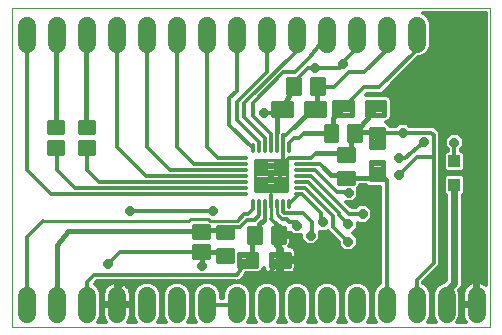
<source format=gtl>
G75*
%MOIN*%
%OFA0B0*%
%FSLAX25Y25*%
%IPPOS*%
%LPD*%
%AMOC8*
5,1,8,0,0,1.08239X$1,22.5*
%
%ADD10C,0.00000*%
%ADD11C,0.01535*%
%ADD12C,0.01200*%
%ADD13R,0.04000X0.04000*%
%ADD14C,0.01160*%
%ADD15R,0.00800X0.03000*%
%ADD16C,0.01772*%
%ADD17R,0.03937X0.03937*%
%ADD18C,0.06000*%
%ADD19C,0.01600*%
%ADD20OC8,0.03200*%
%ADD21C,0.01000*%
%ADD22C,0.02400*%
%ADD23OC8,0.03169*%
D10*
X0001600Y0001600D02*
X0161049Y0001600D01*
X0161049Y0107899D01*
X0001600Y0107899D01*
X0001600Y0001600D01*
D11*
X0066786Y0024962D02*
X0066786Y0028546D01*
X0066786Y0024962D02*
X0062414Y0024962D01*
X0062414Y0028546D01*
X0066786Y0028546D01*
X0066786Y0026496D02*
X0062414Y0026496D01*
X0062414Y0028030D02*
X0066786Y0028030D01*
X0070118Y0027155D02*
X0070118Y0023571D01*
X0070118Y0027155D02*
X0074882Y0027155D01*
X0074882Y0023571D01*
X0070118Y0023571D01*
X0070118Y0025105D02*
X0074882Y0025105D01*
X0074882Y0026639D02*
X0070118Y0026639D01*
X0070118Y0031445D02*
X0070118Y0035029D01*
X0074882Y0035029D01*
X0074882Y0031445D01*
X0070118Y0031445D01*
X0070118Y0032979D02*
X0074882Y0032979D01*
X0074882Y0034513D02*
X0070118Y0034513D01*
X0066786Y0035238D02*
X0066786Y0031654D01*
X0062414Y0031654D01*
X0062414Y0035238D01*
X0066786Y0035238D01*
X0066786Y0033188D02*
X0062414Y0033188D01*
X0062414Y0034722D02*
X0066786Y0034722D01*
X0080671Y0029918D02*
X0084255Y0029918D01*
X0080671Y0029918D02*
X0080671Y0034682D01*
X0084255Y0034682D01*
X0084255Y0029918D01*
X0084255Y0031452D02*
X0080671Y0031452D01*
X0080671Y0032986D02*
X0084255Y0032986D01*
X0084255Y0034520D02*
X0080671Y0034520D01*
X0088545Y0029918D02*
X0092129Y0029918D01*
X0088545Y0029918D02*
X0088545Y0034682D01*
X0092129Y0034682D01*
X0092129Y0029918D01*
X0092129Y0031452D02*
X0088545Y0031452D01*
X0088545Y0032986D02*
X0092129Y0032986D01*
X0092129Y0034520D02*
X0088545Y0034520D01*
X0115282Y0049471D02*
X0115282Y0053055D01*
X0115282Y0049471D02*
X0110518Y0049471D01*
X0110518Y0053055D01*
X0115282Y0053055D01*
X0115282Y0051005D02*
X0110518Y0051005D01*
X0110518Y0052539D02*
X0115282Y0052539D01*
X0115282Y0057345D02*
X0115282Y0060929D01*
X0115282Y0057345D02*
X0110518Y0057345D01*
X0110518Y0060929D01*
X0115282Y0060929D01*
X0115282Y0058879D02*
X0110518Y0058879D01*
X0110518Y0060413D02*
X0115282Y0060413D01*
X0114045Y0063918D02*
X0117629Y0063918D01*
X0114045Y0063918D02*
X0114045Y0068682D01*
X0117629Y0068682D01*
X0117629Y0063918D01*
X0117629Y0065452D02*
X0114045Y0065452D01*
X0114045Y0066986D02*
X0117629Y0066986D01*
X0117629Y0068520D02*
X0114045Y0068520D01*
X0109755Y0063918D02*
X0106171Y0063918D01*
X0106171Y0068682D01*
X0109755Y0068682D01*
X0109755Y0063918D01*
X0109755Y0065452D02*
X0106171Y0065452D01*
X0106171Y0066986D02*
X0109755Y0066986D01*
X0109755Y0068520D02*
X0106171Y0068520D01*
X0105229Y0079518D02*
X0101645Y0079518D01*
X0101645Y0084282D01*
X0105229Y0084282D01*
X0105229Y0079518D01*
X0105229Y0081052D02*
X0101645Y0081052D01*
X0101645Y0082586D02*
X0105229Y0082586D01*
X0105229Y0084120D02*
X0101645Y0084120D01*
X0097355Y0079518D02*
X0093771Y0079518D01*
X0093771Y0084282D01*
X0097355Y0084282D01*
X0097355Y0079518D01*
X0097355Y0081052D02*
X0093771Y0081052D01*
X0093771Y0082586D02*
X0097355Y0082586D01*
X0097355Y0084120D02*
X0093771Y0084120D01*
X0028586Y0070038D02*
X0028586Y0066454D01*
X0024214Y0066454D01*
X0024214Y0070038D01*
X0028586Y0070038D01*
X0028586Y0067988D02*
X0024214Y0067988D01*
X0024214Y0069522D02*
X0028586Y0069522D01*
X0028586Y0063346D02*
X0028586Y0059762D01*
X0024214Y0059762D01*
X0024214Y0063346D01*
X0028586Y0063346D01*
X0028586Y0061296D02*
X0024214Y0061296D01*
X0024214Y0062830D02*
X0028586Y0062830D01*
X0018386Y0063346D02*
X0018386Y0059762D01*
X0014014Y0059762D01*
X0014014Y0063346D01*
X0018386Y0063346D01*
X0018386Y0061296D02*
X0014014Y0061296D01*
X0014014Y0062830D02*
X0018386Y0062830D01*
X0018386Y0066454D02*
X0018386Y0070038D01*
X0018386Y0066454D02*
X0014014Y0066454D01*
X0014014Y0070038D01*
X0018386Y0070038D01*
X0018386Y0067988D02*
X0014014Y0067988D01*
X0014014Y0069522D02*
X0018386Y0069522D01*
D12*
X0016200Y0061554D02*
X0016600Y0061154D01*
X0016600Y0054100D01*
X0022637Y0048063D01*
X0078500Y0048063D01*
X0077500Y0048063D02*
X0079500Y0048063D01*
X0079500Y0050031D02*
X0077500Y0050031D01*
X0078500Y0050031D02*
X0030669Y0050031D01*
X0026600Y0054100D01*
X0026600Y0061354D01*
X0026400Y0061554D01*
X0036600Y0061600D02*
X0036600Y0099100D01*
X0046600Y0099100D02*
X0046600Y0061600D01*
X0054231Y0053969D01*
X0078500Y0053969D01*
X0077500Y0053969D02*
X0079500Y0053969D01*
X0079500Y0052000D02*
X0077500Y0052000D01*
X0078500Y0052000D02*
X0046200Y0052000D01*
X0036600Y0061600D01*
X0056600Y0061600D02*
X0056600Y0099100D01*
X0066600Y0099100D02*
X0066600Y0061600D01*
X0070294Y0057906D01*
X0078500Y0057906D01*
X0077500Y0057906D02*
X0079500Y0057906D01*
X0079500Y0055937D02*
X0077500Y0055937D01*
X0078500Y0055937D02*
X0062263Y0055937D01*
X0056600Y0061600D01*
X0074100Y0069100D02*
X0074100Y0077800D01*
X0076500Y0080200D01*
X0076600Y0099100D01*
X0076600Y0097900D01*
X0086600Y0099100D02*
X0086600Y0086600D01*
X0076600Y0076600D01*
X0076600Y0070600D01*
X0083963Y0063237D01*
X0083963Y0061400D01*
X0083963Y0060400D02*
X0083963Y0062400D01*
X0085931Y0062400D02*
X0085931Y0060400D01*
X0085931Y0061400D02*
X0085931Y0064769D01*
X0079100Y0071600D01*
X0079100Y0076300D01*
X0096500Y0093700D01*
X0096600Y0099100D01*
X0100900Y0091700D02*
X0106600Y0099100D01*
X0116600Y0099100D02*
X0116600Y0094500D01*
X0112000Y0089900D01*
X0112000Y0089200D01*
X0110900Y0088100D01*
X0102500Y0088100D01*
X0102400Y0088000D01*
X0100200Y0088000D01*
X0095563Y0083363D01*
X0095563Y0081900D01*
X0095900Y0086500D02*
X0092000Y0086500D01*
X0081800Y0076300D01*
X0081800Y0072100D01*
X0087900Y0066000D01*
X0087900Y0061400D01*
X0087900Y0060400D02*
X0087900Y0062400D01*
X0089869Y0062400D02*
X0089869Y0060400D01*
X0089869Y0061400D02*
X0089869Y0066569D01*
X0090000Y0066700D01*
X0091837Y0065537D02*
X0092600Y0065600D01*
X0092900Y0065600D01*
X0095500Y0068200D01*
X0095500Y0064700D02*
X0097200Y0064700D01*
X0098800Y0066300D01*
X0095500Y0064700D02*
X0093806Y0063006D01*
X0093806Y0061400D01*
X0093806Y0060400D02*
X0093806Y0062400D01*
X0091837Y0062400D02*
X0091837Y0060400D01*
X0091837Y0061400D02*
X0091837Y0059000D01*
X0091837Y0057163D01*
X0092450Y0056550D01*
X0090900Y0055000D01*
X0090900Y0049000D01*
X0087900Y0052000D01*
X0084900Y0055000D01*
X0087900Y0052000D02*
X0084900Y0049000D01*
X0087900Y0045500D02*
X0087900Y0042600D01*
X0087900Y0041600D02*
X0087900Y0043600D01*
X0085931Y0043600D02*
X0085931Y0041600D01*
X0085931Y0042600D02*
X0085931Y0037631D01*
X0085500Y0037200D01*
X0083963Y0038863D02*
X0082500Y0037400D01*
X0080000Y0037400D01*
X0077700Y0035100D01*
X0074363Y0035100D01*
X0072500Y0033237D01*
X0076800Y0037100D02*
X0078900Y0039200D01*
X0080400Y0039200D01*
X0081994Y0040794D01*
X0081994Y0041194D01*
X0081994Y0042600D01*
X0081994Y0041600D02*
X0081994Y0043600D01*
X0083963Y0043600D02*
X0083963Y0041600D01*
X0083963Y0042600D02*
X0083963Y0038863D01*
X0081994Y0041194D02*
X0081894Y0041194D01*
X0079500Y0046094D02*
X0077500Y0046094D01*
X0078500Y0046094D02*
X0014606Y0046094D01*
X0006600Y0054100D01*
X0006600Y0099100D01*
X0074100Y0069100D02*
X0081994Y0061206D01*
X0081994Y0061400D01*
X0081994Y0060400D02*
X0081994Y0062400D01*
X0091837Y0061400D02*
X0091837Y0065537D01*
X0090387Y0072900D02*
X0085500Y0072900D01*
X0090387Y0072900D02*
X0091687Y0074200D01*
X0103437Y0081900D02*
X0103737Y0081600D01*
X0109100Y0081600D01*
X0114100Y0086600D01*
X0119100Y0086600D01*
X0126500Y0094000D01*
X0126600Y0099100D01*
X0136600Y0099100D02*
X0136500Y0094000D01*
X0124100Y0081600D01*
X0119087Y0081600D01*
X0111987Y0074500D01*
X0119651Y0079053D02*
X0119998Y0079400D01*
X0125011Y0079400D01*
X0126300Y0080689D01*
X0137111Y0091500D01*
X0137515Y0091500D01*
X0139206Y0092200D01*
X0140500Y0093494D01*
X0141200Y0095185D01*
X0141200Y0103015D01*
X0140500Y0104706D01*
X0139206Y0106000D01*
X0138483Y0106299D01*
X0159449Y0106299D01*
X0159449Y0015643D01*
X0158911Y0016034D01*
X0158266Y0016363D01*
X0157577Y0016587D01*
X0156900Y0016694D01*
X0156900Y0009500D01*
X0156100Y0009500D01*
X0156100Y0016694D01*
X0155423Y0016587D01*
X0154734Y0016363D01*
X0154089Y0016034D01*
X0153503Y0015609D01*
X0152991Y0015097D01*
X0152566Y0014511D01*
X0152237Y0013866D01*
X0152013Y0013177D01*
X0151900Y0012462D01*
X0151900Y0009500D01*
X0156100Y0009500D01*
X0156100Y0008700D01*
X0151900Y0008700D01*
X0151900Y0005738D01*
X0152013Y0005023D01*
X0152237Y0004334D01*
X0152566Y0003689D01*
X0152921Y0003200D01*
X0150105Y0003200D01*
X0150400Y0003494D01*
X0151100Y0005185D01*
X0151100Y0013015D01*
X0150741Y0013881D01*
X0151474Y0014614D01*
X0151900Y0015643D01*
X0151900Y0045563D01*
X0152668Y0046332D01*
X0152668Y0051594D01*
X0151731Y0052531D01*
X0146469Y0052531D01*
X0145531Y0051594D01*
X0145531Y0046332D01*
X0146300Y0045563D01*
X0146300Y0017360D01*
X0145640Y0016700D01*
X0145585Y0016700D01*
X0143894Y0016000D01*
X0142600Y0014706D01*
X0141900Y0013015D01*
X0141900Y0005185D01*
X0142600Y0003494D01*
X0142895Y0003200D01*
X0140205Y0003200D01*
X0140500Y0003494D01*
X0141200Y0005185D01*
X0141200Y0013015D01*
X0140500Y0014706D01*
X0139206Y0016000D01*
X0138715Y0016203D01*
X0138711Y0016500D01*
X0143111Y0020900D01*
X0144400Y0022189D01*
X0144400Y0066511D01*
X0143600Y0067311D01*
X0142311Y0068600D01*
X0134125Y0068600D01*
X0133125Y0069600D01*
X0130475Y0069600D01*
X0129475Y0068600D01*
X0127629Y0068600D01*
X0127474Y0068974D01*
X0126775Y0069674D01*
X0126114Y0069947D01*
X0126261Y0069947D01*
X0127174Y0070326D01*
X0127874Y0071025D01*
X0128252Y0071939D01*
X0128252Y0077061D01*
X0127874Y0077975D01*
X0127174Y0078674D01*
X0126261Y0079053D01*
X0119651Y0079053D01*
X0125115Y0079503D02*
X0159449Y0079503D01*
X0159449Y0078305D02*
X0127544Y0078305D01*
X0128233Y0077106D02*
X0159449Y0077106D01*
X0159449Y0075908D02*
X0128252Y0075908D01*
X0128252Y0074709D02*
X0159449Y0074709D01*
X0159449Y0073511D02*
X0128252Y0073511D01*
X0128252Y0072312D02*
X0159449Y0072312D01*
X0159449Y0071114D02*
X0127910Y0071114D01*
X0126192Y0069915D02*
X0159449Y0069915D01*
X0159449Y0068717D02*
X0134009Y0068717D01*
X0131800Y0066400D02*
X0125087Y0066400D01*
X0123300Y0064613D01*
X0123813Y0064100D01*
X0127581Y0068717D02*
X0129591Y0068717D01*
X0131800Y0066400D02*
X0141400Y0066400D01*
X0142200Y0065600D01*
X0142200Y0058600D01*
X0141800Y0058200D01*
X0136500Y0058200D01*
X0130600Y0052300D01*
X0126500Y0050587D02*
X0123300Y0053787D01*
X0126500Y0050587D02*
X0126600Y0009100D01*
X0122000Y0008791D02*
X0121200Y0008791D01*
X0121200Y0007593D02*
X0122000Y0007593D01*
X0122000Y0006394D02*
X0121200Y0006394D01*
X0121200Y0005196D02*
X0122000Y0005196D01*
X0122000Y0005185D02*
X0122700Y0003494D01*
X0122995Y0003200D01*
X0120205Y0003200D01*
X0120500Y0003494D01*
X0121200Y0005185D01*
X0121200Y0013015D01*
X0120500Y0014706D01*
X0119206Y0016000D01*
X0117515Y0016700D01*
X0115685Y0016700D01*
X0113994Y0016000D01*
X0112700Y0014706D01*
X0112000Y0013015D01*
X0112000Y0005185D01*
X0112700Y0003494D01*
X0112995Y0003200D01*
X0110205Y0003200D01*
X0110500Y0003494D01*
X0111200Y0005185D01*
X0111200Y0013015D01*
X0110500Y0014706D01*
X0109206Y0016000D01*
X0107515Y0016700D01*
X0105685Y0016700D01*
X0103994Y0016000D01*
X0102700Y0014706D01*
X0102000Y0013015D01*
X0102000Y0005185D01*
X0102700Y0003494D01*
X0102995Y0003200D01*
X0100205Y0003200D01*
X0100500Y0003494D01*
X0101200Y0005185D01*
X0101200Y0013015D01*
X0100500Y0014706D01*
X0099206Y0016000D01*
X0097515Y0016700D01*
X0095685Y0016700D01*
X0093994Y0016000D01*
X0092700Y0014706D01*
X0092000Y0013015D01*
X0092000Y0005185D01*
X0092700Y0003494D01*
X0092995Y0003200D01*
X0090205Y0003200D01*
X0090500Y0003494D01*
X0091200Y0005185D01*
X0091200Y0013015D01*
X0090500Y0014706D01*
X0089206Y0016000D01*
X0087515Y0016700D01*
X0085685Y0016700D01*
X0083994Y0016000D01*
X0082700Y0014706D01*
X0082000Y0013015D01*
X0082000Y0005185D01*
X0082700Y0003494D01*
X0082995Y0003200D01*
X0080205Y0003200D01*
X0080500Y0003494D01*
X0081200Y0005185D01*
X0081200Y0013015D01*
X0080500Y0014706D01*
X0079206Y0016000D01*
X0077515Y0016700D01*
X0075685Y0016700D01*
X0073994Y0016000D01*
X0072700Y0014706D01*
X0072000Y0013015D01*
X0072000Y0011300D01*
X0071200Y0011300D01*
X0071200Y0013015D01*
X0070500Y0014706D01*
X0069206Y0016000D01*
X0067515Y0016700D01*
X0065685Y0016700D01*
X0063994Y0016000D01*
X0062700Y0014706D01*
X0062000Y0013015D01*
X0062000Y0005185D01*
X0062700Y0003494D01*
X0062995Y0003200D01*
X0060205Y0003200D01*
X0060500Y0003494D01*
X0061200Y0005185D01*
X0061200Y0013015D01*
X0060500Y0014706D01*
X0059206Y0016000D01*
X0057515Y0016700D01*
X0055685Y0016700D01*
X0053994Y0016000D01*
X0052700Y0014706D01*
X0052000Y0013015D01*
X0052000Y0005185D01*
X0052700Y0003494D01*
X0052995Y0003200D01*
X0050205Y0003200D01*
X0050500Y0003494D01*
X0051200Y0005185D01*
X0051200Y0013015D01*
X0050500Y0014706D01*
X0049206Y0016000D01*
X0047515Y0016700D01*
X0045685Y0016700D01*
X0043994Y0016000D01*
X0042700Y0014706D01*
X0042000Y0013015D01*
X0042000Y0005185D01*
X0042700Y0003494D01*
X0042995Y0003200D01*
X0040179Y0003200D01*
X0040534Y0003689D01*
X0040863Y0004334D01*
X0041087Y0005023D01*
X0041200Y0005738D01*
X0041200Y0008700D01*
X0037000Y0008700D01*
X0037000Y0009500D01*
X0036200Y0009500D01*
X0036200Y0016694D01*
X0035523Y0016587D01*
X0034834Y0016363D01*
X0034189Y0016034D01*
X0033603Y0015609D01*
X0033091Y0015097D01*
X0032666Y0014511D01*
X0032337Y0013866D01*
X0032113Y0013177D01*
X0032000Y0012462D01*
X0032000Y0009500D01*
X0036200Y0009500D01*
X0036200Y0008700D01*
X0032000Y0008700D01*
X0032000Y0005738D01*
X0032113Y0005023D01*
X0032337Y0004334D01*
X0032666Y0003689D01*
X0033021Y0003200D01*
X0030205Y0003200D01*
X0030500Y0003494D01*
X0031200Y0005185D01*
X0031200Y0013015D01*
X0030500Y0014706D01*
X0029206Y0016000D01*
X0029139Y0016027D01*
X0030011Y0016900D01*
X0075998Y0016900D01*
X0076181Y0016773D01*
X0076884Y0016900D01*
X0077598Y0016900D01*
X0077755Y0017058D01*
X0077975Y0017097D01*
X0078382Y0017684D01*
X0078887Y0018189D01*
X0078887Y0018411D01*
X0079605Y0019447D01*
X0083534Y0019447D01*
X0084447Y0019826D01*
X0085147Y0020525D01*
X0085525Y0021437D01*
X0085570Y0021208D01*
X0085758Y0020756D01*
X0086030Y0020348D01*
X0086376Y0020002D01*
X0086783Y0019730D01*
X0087236Y0019543D01*
X0087716Y0019447D01*
X0090313Y0019447D01*
X0090313Y0023400D01*
X0091513Y0023400D01*
X0091513Y0019447D01*
X0094111Y0019447D01*
X0094591Y0019543D01*
X0095044Y0019730D01*
X0095451Y0020002D01*
X0095797Y0020348D01*
X0096069Y0020756D01*
X0096256Y0021208D01*
X0096352Y0021688D01*
X0096352Y0023400D01*
X0091513Y0023400D01*
X0091513Y0024600D01*
X0090313Y0024600D01*
X0090313Y0028553D01*
X0089737Y0028553D01*
X0089737Y0031700D01*
X0090937Y0031700D01*
X0090937Y0032900D01*
X0090937Y0035300D01*
X0090689Y0035300D01*
X0089737Y0036252D01*
X0089737Y0032900D01*
X0090937Y0032900D01*
X0094496Y0032900D01*
X0094496Y0033078D01*
X0095375Y0032200D01*
X0098000Y0032200D01*
X0098000Y0030775D01*
X0099875Y0028900D01*
X0102525Y0028900D01*
X0104400Y0030775D01*
X0104400Y0033400D01*
X0106625Y0033400D01*
X0106907Y0033682D01*
X0110500Y0030089D01*
X0110500Y0028675D01*
X0112375Y0026800D01*
X0115025Y0026800D01*
X0116900Y0028675D01*
X0116900Y0031325D01*
X0115275Y0032950D01*
X0116900Y0034575D01*
X0116900Y0036375D01*
X0117175Y0036100D01*
X0119825Y0036100D01*
X0121700Y0037975D01*
X0121700Y0040625D01*
X0119825Y0042500D01*
X0117175Y0042500D01*
X0116175Y0041500D01*
X0114811Y0041500D01*
X0113111Y0043200D01*
X0115125Y0043200D01*
X0117000Y0045075D01*
X0117000Y0047725D01*
X0116942Y0047783D01*
X0117650Y0048491D01*
X0117650Y0048863D01*
X0119688Y0048863D01*
X0119825Y0048726D01*
X0120739Y0048348D01*
X0124305Y0048348D01*
X0124383Y0016161D01*
X0123994Y0016000D01*
X0122700Y0014706D01*
X0122000Y0013015D01*
X0122000Y0005185D01*
X0122492Y0003997D02*
X0120708Y0003997D01*
X0121200Y0009990D02*
X0122000Y0009990D01*
X0122000Y0011188D02*
X0121200Y0011188D01*
X0121200Y0012387D02*
X0122000Y0012387D01*
X0122236Y0013585D02*
X0120964Y0013585D01*
X0120422Y0014784D02*
X0122778Y0014784D01*
X0123977Y0015982D02*
X0119223Y0015982D01*
X0121500Y0016800D02*
X0114800Y0023500D01*
X0090913Y0024000D01*
X0085013Y0016600D01*
X0083977Y0015982D02*
X0079223Y0015982D01*
X0078033Y0017181D02*
X0124381Y0017181D01*
X0124378Y0018379D02*
X0078887Y0018379D01*
X0076687Y0019100D02*
X0080087Y0024000D01*
X0085251Y0020776D02*
X0085749Y0020776D01*
X0087151Y0019578D02*
X0083849Y0019578D01*
X0082778Y0014784D02*
X0080422Y0014784D01*
X0080964Y0013585D02*
X0082236Y0013585D01*
X0082000Y0012387D02*
X0081200Y0012387D01*
X0081200Y0011188D02*
X0082000Y0011188D01*
X0082000Y0009990D02*
X0081200Y0009990D01*
X0081200Y0008791D02*
X0082000Y0008791D01*
X0082000Y0007593D02*
X0081200Y0007593D01*
X0081200Y0006394D02*
X0082000Y0006394D01*
X0082000Y0005196D02*
X0081200Y0005196D01*
X0080708Y0003997D02*
X0082492Y0003997D01*
X0076600Y0009100D02*
X0066600Y0009100D01*
X0062000Y0008791D02*
X0061200Y0008791D01*
X0061200Y0007593D02*
X0062000Y0007593D01*
X0062000Y0006394D02*
X0061200Y0006394D01*
X0061200Y0005196D02*
X0062000Y0005196D01*
X0062492Y0003997D02*
X0060708Y0003997D01*
X0061200Y0009990D02*
X0062000Y0009990D01*
X0062000Y0011188D02*
X0061200Y0011188D01*
X0061200Y0012387D02*
X0062000Y0012387D01*
X0062236Y0013585D02*
X0060964Y0013585D01*
X0060422Y0014784D02*
X0062778Y0014784D01*
X0063977Y0015982D02*
X0059223Y0015982D01*
X0053977Y0015982D02*
X0049223Y0015982D01*
X0050422Y0014784D02*
X0052778Y0014784D01*
X0052236Y0013585D02*
X0050964Y0013585D01*
X0051200Y0012387D02*
X0052000Y0012387D01*
X0052000Y0011188D02*
X0051200Y0011188D01*
X0051200Y0009990D02*
X0052000Y0009990D01*
X0052000Y0008791D02*
X0051200Y0008791D01*
X0051200Y0007593D02*
X0052000Y0007593D01*
X0052000Y0006394D02*
X0051200Y0006394D01*
X0051200Y0005196D02*
X0052000Y0005196D01*
X0052492Y0003997D02*
X0050708Y0003997D01*
X0042492Y0003997D02*
X0040691Y0003997D01*
X0041114Y0005196D02*
X0042000Y0005196D01*
X0042000Y0006394D02*
X0041200Y0006394D01*
X0041200Y0007593D02*
X0042000Y0007593D01*
X0042000Y0008791D02*
X0037000Y0008791D01*
X0036600Y0009100D02*
X0036500Y0014000D01*
X0039100Y0016600D01*
X0039011Y0016034D02*
X0038366Y0016363D01*
X0037677Y0016587D01*
X0037000Y0016694D01*
X0037000Y0009500D01*
X0041200Y0009500D01*
X0041200Y0012462D01*
X0041087Y0013177D01*
X0040863Y0013866D01*
X0040534Y0014511D01*
X0040109Y0015097D01*
X0039597Y0015609D01*
X0039011Y0016034D01*
X0039083Y0015982D02*
X0043977Y0015982D01*
X0042778Y0014784D02*
X0040336Y0014784D01*
X0040954Y0013585D02*
X0042236Y0013585D01*
X0042000Y0012387D02*
X0041200Y0012387D01*
X0041200Y0011188D02*
X0042000Y0011188D01*
X0042000Y0009990D02*
X0041200Y0009990D01*
X0037000Y0009990D02*
X0036200Y0009990D01*
X0036200Y0011188D02*
X0037000Y0011188D01*
X0037000Y0012387D02*
X0036200Y0012387D01*
X0036200Y0013585D02*
X0037000Y0013585D01*
X0037000Y0014784D02*
X0036200Y0014784D01*
X0036200Y0015982D02*
X0037000Y0015982D01*
X0034117Y0015982D02*
X0029223Y0015982D01*
X0030422Y0014784D02*
X0032864Y0014784D01*
X0032246Y0013585D02*
X0030964Y0013585D01*
X0031200Y0012387D02*
X0032000Y0012387D01*
X0032000Y0011188D02*
X0031200Y0011188D01*
X0031200Y0009990D02*
X0032000Y0009990D01*
X0031200Y0008791D02*
X0036200Y0008791D01*
X0032000Y0007593D02*
X0031200Y0007593D01*
X0031200Y0006394D02*
X0032000Y0006394D01*
X0032086Y0005196D02*
X0031200Y0005196D01*
X0030708Y0003997D02*
X0032509Y0003997D01*
X0026600Y0009100D02*
X0026500Y0016500D01*
X0029100Y0019100D01*
X0076687Y0019100D01*
X0073977Y0015982D02*
X0069223Y0015982D01*
X0070422Y0014784D02*
X0072778Y0014784D01*
X0072236Y0013585D02*
X0070964Y0013585D01*
X0071200Y0012387D02*
X0072000Y0012387D01*
X0089223Y0015982D02*
X0093977Y0015982D01*
X0092778Y0014784D02*
X0090422Y0014784D01*
X0090964Y0013585D02*
X0092236Y0013585D01*
X0092000Y0012387D02*
X0091200Y0012387D01*
X0091200Y0011188D02*
X0092000Y0011188D01*
X0092000Y0009990D02*
X0091200Y0009990D01*
X0091200Y0008791D02*
X0092000Y0008791D01*
X0092000Y0007593D02*
X0091200Y0007593D01*
X0091200Y0006394D02*
X0092000Y0006394D01*
X0092000Y0005196D02*
X0091200Y0005196D01*
X0090708Y0003997D02*
X0092492Y0003997D01*
X0100708Y0003997D02*
X0102492Y0003997D01*
X0102000Y0005196D02*
X0101200Y0005196D01*
X0101200Y0006394D02*
X0102000Y0006394D01*
X0102000Y0007593D02*
X0101200Y0007593D01*
X0101200Y0008791D02*
X0102000Y0008791D01*
X0102000Y0009990D02*
X0101200Y0009990D01*
X0101200Y0011188D02*
X0102000Y0011188D01*
X0102000Y0012387D02*
X0101200Y0012387D01*
X0100964Y0013585D02*
X0102236Y0013585D01*
X0102778Y0014784D02*
X0100422Y0014784D01*
X0099223Y0015982D02*
X0103977Y0015982D01*
X0109223Y0015982D02*
X0113977Y0015982D01*
X0112778Y0014784D02*
X0110422Y0014784D01*
X0110964Y0013585D02*
X0112236Y0013585D01*
X0112000Y0012387D02*
X0111200Y0012387D01*
X0111200Y0011188D02*
X0112000Y0011188D01*
X0112000Y0009990D02*
X0111200Y0009990D01*
X0111200Y0008791D02*
X0112000Y0008791D01*
X0112000Y0007593D02*
X0111200Y0007593D01*
X0111200Y0006394D02*
X0112000Y0006394D01*
X0112000Y0005196D02*
X0111200Y0005196D01*
X0110708Y0003997D02*
X0112492Y0003997D01*
X0124375Y0019578D02*
X0094675Y0019578D01*
X0096078Y0020776D02*
X0124372Y0020776D01*
X0124369Y0021975D02*
X0096352Y0021975D01*
X0096352Y0023173D02*
X0124366Y0023173D01*
X0124363Y0024372D02*
X0091513Y0024372D01*
X0091513Y0024600D02*
X0096352Y0024600D01*
X0096352Y0026312D01*
X0096256Y0026792D01*
X0096069Y0027244D01*
X0095797Y0027652D01*
X0095451Y0027998D01*
X0095044Y0028270D01*
X0094591Y0028457D01*
X0094111Y0028553D01*
X0094064Y0028553D01*
X0094227Y0028797D01*
X0094405Y0029227D01*
X0094496Y0029685D01*
X0094496Y0031700D01*
X0090937Y0031700D01*
X0090937Y0027550D01*
X0091513Y0027550D01*
X0091513Y0024600D01*
X0091513Y0025570D02*
X0090313Y0025570D01*
X0090313Y0026769D02*
X0091513Y0026769D01*
X0090937Y0027967D02*
X0090313Y0027967D01*
X0089737Y0029166D02*
X0090937Y0029166D01*
X0090937Y0030364D02*
X0089737Y0030364D01*
X0089737Y0031563D02*
X0090937Y0031563D01*
X0090937Y0032761D02*
X0094813Y0032761D01*
X0094496Y0031563D02*
X0098000Y0031563D01*
X0098410Y0030364D02*
X0094496Y0030364D01*
X0094379Y0029166D02*
X0099609Y0029166D01*
X0102791Y0029166D02*
X0110500Y0029166D01*
X0110224Y0030364D02*
X0103990Y0030364D01*
X0104400Y0031563D02*
X0109026Y0031563D01*
X0107827Y0032761D02*
X0104400Y0032761D01*
X0101600Y0032500D02*
X0101200Y0032100D01*
X0101600Y0032500D02*
X0101600Y0036600D01*
X0098700Y0039500D01*
X0092300Y0039500D01*
X0091837Y0039963D01*
X0091837Y0042600D01*
X0091837Y0041600D02*
X0091837Y0043600D01*
X0089869Y0043600D02*
X0089869Y0041600D01*
X0093806Y0041600D02*
X0093806Y0043600D01*
X0093806Y0042600D02*
X0097300Y0046094D01*
X0096300Y0046094D02*
X0098300Y0046094D01*
X0098206Y0046094D02*
X0104000Y0040300D01*
X0104600Y0039600D01*
X0104600Y0037300D01*
X0105300Y0036600D01*
X0108600Y0035100D02*
X0108600Y0038600D01*
X0099137Y0048063D01*
X0097300Y0048063D01*
X0096300Y0048063D02*
X0098300Y0048063D01*
X0098300Y0050031D02*
X0096300Y0050031D01*
X0097300Y0050031D02*
X0100169Y0050031D01*
X0110600Y0039600D01*
X0110600Y0039100D01*
X0111600Y0038000D01*
X0113700Y0035900D01*
X0116900Y0036357D02*
X0116918Y0036357D01*
X0116900Y0035158D02*
X0124337Y0035158D01*
X0124340Y0033960D02*
X0116285Y0033960D01*
X0115464Y0032761D02*
X0124343Y0032761D01*
X0124346Y0031563D02*
X0116663Y0031563D01*
X0116900Y0030364D02*
X0124349Y0030364D01*
X0124352Y0029166D02*
X0116900Y0029166D01*
X0116193Y0027967D02*
X0124355Y0027967D01*
X0124357Y0026769D02*
X0096261Y0026769D01*
X0096352Y0025570D02*
X0124360Y0025570D01*
X0113700Y0030000D02*
X0108600Y0035100D01*
X0113900Y0039300D02*
X0118500Y0039300D01*
X0121700Y0038754D02*
X0124329Y0038754D01*
X0124326Y0039952D02*
X0121700Y0039952D01*
X0121175Y0041151D02*
X0124323Y0041151D01*
X0124320Y0042349D02*
X0119976Y0042349D01*
X0117024Y0042349D02*
X0113962Y0042349D01*
X0115473Y0043548D02*
X0124317Y0043548D01*
X0124314Y0044746D02*
X0116672Y0044746D01*
X0117000Y0045945D02*
X0124311Y0045945D01*
X0124308Y0047143D02*
X0117000Y0047143D01*
X0117501Y0048342D02*
X0124305Y0048342D01*
X0113800Y0046400D02*
X0113000Y0046600D01*
X0110100Y0046600D01*
X0102731Y0053969D01*
X0097300Y0053969D01*
X0096300Y0053969D02*
X0098300Y0053969D01*
X0098300Y0052000D02*
X0096300Y0052000D01*
X0097300Y0052000D02*
X0101200Y0052000D01*
X0113900Y0039300D01*
X0120082Y0036357D02*
X0124334Y0036357D01*
X0124331Y0037555D02*
X0121281Y0037555D01*
X0111207Y0027967D02*
X0095481Y0027967D01*
X0091513Y0023173D02*
X0090313Y0023173D01*
X0090600Y0023600D02*
X0090600Y0035100D01*
X0088100Y0037600D01*
X0089737Y0035158D02*
X0090937Y0035158D01*
X0090937Y0033960D02*
X0089737Y0033960D01*
X0093200Y0037500D02*
X0094100Y0036600D01*
X0096600Y0036600D01*
X0096700Y0035400D01*
X0093200Y0037500D02*
X0091600Y0037500D01*
X0097300Y0046094D02*
X0098206Y0046094D01*
X0105500Y0054700D02*
X0104263Y0055937D01*
X0097300Y0055937D01*
X0096300Y0055937D02*
X0098300Y0055937D01*
X0098300Y0057906D02*
X0096300Y0057906D01*
X0097300Y0057906D02*
X0101206Y0057906D01*
X0103000Y0059700D01*
X0097300Y0057906D02*
X0093806Y0057906D01*
X0092450Y0056550D01*
X0068600Y0040300D02*
X0040900Y0040300D01*
X0037554Y0026754D02*
X0033500Y0022700D01*
X0037554Y0026754D02*
X0064600Y0026754D01*
X0090313Y0021975D02*
X0091513Y0021975D01*
X0091513Y0020776D02*
X0090313Y0020776D01*
X0090313Y0019578D02*
X0091513Y0019578D01*
X0136500Y0017400D02*
X0136600Y0009100D01*
X0141200Y0008791D02*
X0141900Y0008791D01*
X0141900Y0007593D02*
X0141200Y0007593D01*
X0141200Y0006394D02*
X0141900Y0006394D01*
X0141900Y0005196D02*
X0141200Y0005196D01*
X0140708Y0003997D02*
X0142392Y0003997D01*
X0141900Y0009990D02*
X0141200Y0009990D01*
X0141200Y0011188D02*
X0141900Y0011188D01*
X0141900Y0012387D02*
X0141200Y0012387D01*
X0140964Y0013585D02*
X0142136Y0013585D01*
X0142678Y0014784D02*
X0140422Y0014784D01*
X0139223Y0015982D02*
X0143877Y0015982D01*
X0146121Y0017181D02*
X0139392Y0017181D01*
X0140590Y0018379D02*
X0146300Y0018379D01*
X0146300Y0019578D02*
X0141789Y0019578D01*
X0142987Y0020776D02*
X0146300Y0020776D01*
X0146300Y0021975D02*
X0144186Y0021975D01*
X0144400Y0023173D02*
X0146300Y0023173D01*
X0146300Y0024372D02*
X0144400Y0024372D01*
X0144400Y0025570D02*
X0146300Y0025570D01*
X0146300Y0026769D02*
X0144400Y0026769D01*
X0144400Y0027967D02*
X0146300Y0027967D01*
X0146300Y0029166D02*
X0144400Y0029166D01*
X0144400Y0030364D02*
X0146300Y0030364D01*
X0146300Y0031563D02*
X0144400Y0031563D01*
X0144400Y0032761D02*
X0146300Y0032761D01*
X0146300Y0033960D02*
X0144400Y0033960D01*
X0144400Y0035158D02*
X0146300Y0035158D01*
X0146300Y0036357D02*
X0144400Y0036357D01*
X0144400Y0037555D02*
X0146300Y0037555D01*
X0146300Y0038754D02*
X0144400Y0038754D01*
X0144400Y0039952D02*
X0146300Y0039952D01*
X0146300Y0041151D02*
X0144400Y0041151D01*
X0144400Y0042349D02*
X0146300Y0042349D01*
X0146300Y0043548D02*
X0144400Y0043548D01*
X0144400Y0044746D02*
X0146300Y0044746D01*
X0145918Y0045945D02*
X0144400Y0045945D01*
X0144400Y0047143D02*
X0145531Y0047143D01*
X0145531Y0048342D02*
X0144400Y0048342D01*
X0144400Y0049540D02*
X0145531Y0049540D01*
X0145531Y0050739D02*
X0144400Y0050739D01*
X0144400Y0051937D02*
X0145875Y0051937D01*
X0146469Y0053269D02*
X0145531Y0054206D01*
X0145531Y0059468D01*
X0146469Y0060405D01*
X0146900Y0060405D01*
X0146900Y0060775D01*
X0145900Y0061775D01*
X0145900Y0064425D01*
X0147775Y0066300D01*
X0150425Y0066300D01*
X0152300Y0064425D01*
X0152300Y0061775D01*
X0151300Y0060775D01*
X0151300Y0060405D01*
X0151731Y0060405D01*
X0152668Y0059468D01*
X0152668Y0054206D01*
X0151731Y0053269D01*
X0146469Y0053269D01*
X0145531Y0054334D02*
X0144400Y0054334D01*
X0144400Y0053136D02*
X0159449Y0053136D01*
X0159449Y0054334D02*
X0152668Y0054334D01*
X0152668Y0055533D02*
X0159449Y0055533D01*
X0159449Y0056732D02*
X0152668Y0056732D01*
X0152668Y0057930D02*
X0159449Y0057930D01*
X0159449Y0059129D02*
X0152668Y0059129D01*
X0151810Y0060327D02*
X0159449Y0060327D01*
X0159449Y0061526D02*
X0152051Y0061526D01*
X0152300Y0062724D02*
X0159449Y0062724D01*
X0159449Y0063923D02*
X0152300Y0063923D01*
X0151604Y0065121D02*
X0159449Y0065121D01*
X0159449Y0066320D02*
X0144400Y0066320D01*
X0144400Y0065121D02*
X0146596Y0065121D01*
X0145900Y0063923D02*
X0144400Y0063923D01*
X0144400Y0062724D02*
X0145900Y0062724D01*
X0146149Y0061526D02*
X0144400Y0061526D01*
X0144400Y0060327D02*
X0146390Y0060327D01*
X0145531Y0059129D02*
X0144400Y0059129D01*
X0144400Y0057930D02*
X0145531Y0057930D01*
X0145531Y0056732D02*
X0144400Y0056732D01*
X0144400Y0055533D02*
X0145531Y0055533D01*
X0149100Y0056837D02*
X0149100Y0063100D01*
X0143393Y0067518D02*
X0159449Y0067518D01*
X0142200Y0058600D02*
X0142200Y0023100D01*
X0136500Y0017400D01*
X0150864Y0013585D02*
X0152146Y0013585D01*
X0151900Y0012387D02*
X0151100Y0012387D01*
X0151100Y0011188D02*
X0151900Y0011188D01*
X0151900Y0009990D02*
X0151100Y0009990D01*
X0151100Y0008791D02*
X0156100Y0008791D01*
X0156100Y0009990D02*
X0156900Y0009990D01*
X0156900Y0011188D02*
X0156100Y0011188D01*
X0156100Y0012387D02*
X0156900Y0012387D01*
X0156900Y0013585D02*
X0156100Y0013585D01*
X0156100Y0014784D02*
X0156900Y0014784D01*
X0156900Y0015982D02*
X0156100Y0015982D01*
X0154017Y0015982D02*
X0151900Y0015982D01*
X0151900Y0017181D02*
X0159449Y0017181D01*
X0159449Y0018379D02*
X0151900Y0018379D01*
X0151900Y0019578D02*
X0159449Y0019578D01*
X0159449Y0020776D02*
X0151900Y0020776D01*
X0151900Y0021975D02*
X0159449Y0021975D01*
X0159449Y0023173D02*
X0151900Y0023173D01*
X0151900Y0024372D02*
X0159449Y0024372D01*
X0159449Y0025570D02*
X0151900Y0025570D01*
X0151900Y0026769D02*
X0159449Y0026769D01*
X0159449Y0027967D02*
X0151900Y0027967D01*
X0151900Y0029166D02*
X0159449Y0029166D01*
X0159449Y0030364D02*
X0151900Y0030364D01*
X0151900Y0031563D02*
X0159449Y0031563D01*
X0159449Y0032761D02*
X0151900Y0032761D01*
X0151900Y0033960D02*
X0159449Y0033960D01*
X0159449Y0035158D02*
X0151900Y0035158D01*
X0151900Y0036357D02*
X0159449Y0036357D01*
X0159449Y0037555D02*
X0151900Y0037555D01*
X0151900Y0038754D02*
X0159449Y0038754D01*
X0159449Y0039952D02*
X0151900Y0039952D01*
X0151900Y0041151D02*
X0159449Y0041151D01*
X0159449Y0042349D02*
X0151900Y0042349D01*
X0151900Y0043548D02*
X0159449Y0043548D01*
X0159449Y0044746D02*
X0151900Y0044746D01*
X0152282Y0045945D02*
X0159449Y0045945D01*
X0159449Y0047143D02*
X0152668Y0047143D01*
X0152668Y0048342D02*
X0159449Y0048342D01*
X0159449Y0049540D02*
X0152668Y0049540D01*
X0152668Y0050739D02*
X0159449Y0050739D01*
X0159449Y0051937D02*
X0152325Y0051937D01*
X0139100Y0063300D02*
X0132700Y0057900D01*
X0130700Y0057900D01*
X0126313Y0080702D02*
X0159449Y0080702D01*
X0159449Y0081900D02*
X0127512Y0081900D01*
X0128710Y0083099D02*
X0159449Y0083099D01*
X0159449Y0084297D02*
X0129909Y0084297D01*
X0131107Y0085496D02*
X0159449Y0085496D01*
X0159449Y0086694D02*
X0132306Y0086694D01*
X0133504Y0087893D02*
X0159449Y0087893D01*
X0159449Y0089091D02*
X0134703Y0089091D01*
X0135901Y0090290D02*
X0159449Y0090290D01*
X0159449Y0091488D02*
X0137100Y0091488D01*
X0139692Y0092687D02*
X0159449Y0092687D01*
X0159449Y0093885D02*
X0140662Y0093885D01*
X0141158Y0095084D02*
X0159449Y0095084D01*
X0159449Y0096282D02*
X0141200Y0096282D01*
X0141200Y0097481D02*
X0159449Y0097481D01*
X0159449Y0098679D02*
X0141200Y0098679D01*
X0141200Y0099878D02*
X0159449Y0099878D01*
X0159449Y0101076D02*
X0141200Y0101076D01*
X0141200Y0102275D02*
X0159449Y0102275D01*
X0159449Y0103473D02*
X0141010Y0103473D01*
X0140514Y0104672D02*
X0159449Y0104672D01*
X0159449Y0105870D02*
X0139335Y0105870D01*
X0100900Y0091700D02*
X0095900Y0086700D01*
X0095900Y0086500D01*
X0012100Y0037100D02*
X0006600Y0031600D01*
X0006600Y0009100D01*
X0150608Y0003997D02*
X0152409Y0003997D01*
X0151986Y0005196D02*
X0151100Y0005196D01*
X0151100Y0006394D02*
X0151900Y0006394D01*
X0151900Y0007593D02*
X0151100Y0007593D01*
X0151544Y0014784D02*
X0152764Y0014784D01*
X0158983Y0015982D02*
X0159449Y0015982D01*
D13*
X0090900Y0049000D03*
X0084900Y0049000D03*
X0084900Y0055000D03*
X0090900Y0055000D03*
D14*
X0093120Y0057220D02*
X0093120Y0046780D01*
X0082680Y0046780D01*
X0082680Y0057220D01*
X0093120Y0057220D01*
X0093120Y0047939D02*
X0082680Y0047939D01*
X0082680Y0049098D02*
X0093120Y0049098D01*
X0093120Y0050257D02*
X0082680Y0050257D01*
X0082680Y0051416D02*
X0093120Y0051416D01*
X0093120Y0052575D02*
X0082680Y0052575D01*
X0082680Y0053734D02*
X0093120Y0053734D01*
X0093120Y0054893D02*
X0082680Y0054893D01*
X0082680Y0056052D02*
X0093120Y0056052D01*
X0093120Y0057211D02*
X0082680Y0057211D01*
D15*
X0091837Y0059000D03*
X0087900Y0045500D03*
D16*
X0087961Y0026067D02*
X0093865Y0026067D01*
X0093865Y0021933D01*
X0087961Y0021933D01*
X0087961Y0026067D01*
X0087961Y0023704D02*
X0093865Y0023704D01*
X0093865Y0025475D02*
X0087961Y0025475D01*
X0083039Y0026067D02*
X0077135Y0026067D01*
X0083039Y0026067D02*
X0083039Y0021933D01*
X0077135Y0021933D01*
X0077135Y0026067D01*
X0077135Y0023704D02*
X0083039Y0023704D01*
X0083039Y0025475D02*
X0077135Y0025475D01*
X0121233Y0050835D02*
X0121233Y0056739D01*
X0125367Y0056739D01*
X0125367Y0050835D01*
X0121233Y0050835D01*
X0121233Y0052606D02*
X0125367Y0052606D01*
X0125367Y0054377D02*
X0121233Y0054377D01*
X0121233Y0056148D02*
X0125367Y0056148D01*
X0121233Y0061661D02*
X0121233Y0067565D01*
X0125367Y0067565D01*
X0125367Y0061661D01*
X0121233Y0061661D01*
X0121233Y0063432D02*
X0125367Y0063432D01*
X0125367Y0065203D02*
X0121233Y0065203D01*
X0121233Y0066974D02*
X0125367Y0066974D01*
X0125765Y0076567D02*
X0119861Y0076567D01*
X0125765Y0076567D02*
X0125765Y0072433D01*
X0119861Y0072433D01*
X0119861Y0076567D01*
X0119861Y0074204D02*
X0125765Y0074204D01*
X0125765Y0075975D02*
X0119861Y0075975D01*
X0114939Y0076567D02*
X0109035Y0076567D01*
X0114939Y0076567D02*
X0114939Y0072433D01*
X0109035Y0072433D01*
X0109035Y0076567D01*
X0109035Y0074204D02*
X0114939Y0074204D01*
X0114939Y0075975D02*
X0109035Y0075975D01*
X0105465Y0076267D02*
X0099561Y0076267D01*
X0105465Y0076267D02*
X0105465Y0072133D01*
X0099561Y0072133D01*
X0099561Y0076267D01*
X0099561Y0073904D02*
X0105465Y0073904D01*
X0105465Y0075675D02*
X0099561Y0075675D01*
X0094639Y0076267D02*
X0088735Y0076267D01*
X0094639Y0076267D02*
X0094639Y0072133D01*
X0088735Y0072133D01*
X0088735Y0076267D01*
X0088735Y0073904D02*
X0094639Y0073904D01*
X0094639Y0075675D02*
X0088735Y0075675D01*
D17*
X0149100Y0056837D03*
X0149100Y0048963D03*
D18*
X0146500Y0012100D02*
X0146500Y0006100D01*
X0156500Y0006100D02*
X0156500Y0012100D01*
X0136600Y0012100D02*
X0136600Y0006100D01*
X0126600Y0006100D02*
X0126600Y0012100D01*
X0116600Y0012100D02*
X0116600Y0006100D01*
X0106600Y0006100D02*
X0106600Y0012100D01*
X0096600Y0012100D02*
X0096600Y0006100D01*
X0086600Y0006100D02*
X0086600Y0012100D01*
X0076600Y0012100D02*
X0076600Y0006100D01*
X0066600Y0006100D02*
X0066600Y0012100D01*
X0056600Y0012100D02*
X0056600Y0006100D01*
X0046600Y0006100D02*
X0046600Y0012100D01*
X0036600Y0012100D02*
X0036600Y0006100D01*
X0026600Y0006100D02*
X0026600Y0012100D01*
X0016600Y0012100D02*
X0016600Y0006100D01*
X0006600Y0006100D02*
X0006600Y0012100D01*
X0006600Y0096100D02*
X0006600Y0102100D01*
X0016600Y0102100D02*
X0016600Y0096100D01*
X0026600Y0096100D02*
X0026600Y0102100D01*
X0036600Y0102100D02*
X0036600Y0096100D01*
X0046600Y0096100D02*
X0046600Y0102100D01*
X0056600Y0102100D02*
X0056600Y0096100D01*
X0066600Y0096100D02*
X0066600Y0102100D01*
X0076600Y0102100D02*
X0076600Y0096100D01*
X0086600Y0096100D02*
X0086600Y0102100D01*
X0096600Y0102100D02*
X0096600Y0096100D01*
X0106600Y0096100D02*
X0106600Y0102100D01*
X0116600Y0102100D02*
X0116600Y0096100D01*
X0126600Y0096100D02*
X0126600Y0102100D01*
X0136600Y0102100D02*
X0136600Y0096100D01*
D19*
X0122813Y0074500D02*
X0115837Y0066300D01*
X0116137Y0066600D01*
X0121600Y0066600D01*
X0123300Y0064613D01*
X0115837Y0066300D02*
X0114600Y0066600D01*
X0114600Y0060837D01*
X0112900Y0059137D01*
X0112337Y0059700D01*
X0103000Y0059700D01*
X0105500Y0054700D02*
X0107900Y0052300D01*
X0111863Y0052300D01*
X0112900Y0051263D01*
X0120776Y0051263D01*
X0123300Y0053787D01*
X0108600Y0065600D02*
X0108600Y0071113D01*
X0111987Y0074500D01*
X0104100Y0074100D02*
X0103437Y0074763D01*
X0103437Y0081900D01*
X0095563Y0081900D02*
X0091687Y0074200D01*
X0090000Y0071487D01*
X0090000Y0066700D01*
X0095500Y0068200D02*
X0095513Y0068200D01*
X0100913Y0073600D01*
X0102600Y0073600D01*
X0102513Y0074200D01*
X0104100Y0074100D01*
X0107963Y0066300D02*
X0098800Y0066300D01*
X0107963Y0066300D02*
X0108600Y0065600D01*
X0085500Y0037200D02*
X0084100Y0035800D01*
X0084100Y0034100D01*
X0082463Y0032300D01*
X0081600Y0031600D01*
X0081600Y0024013D01*
X0080087Y0024000D01*
X0072500Y0025363D02*
X0071263Y0026600D01*
X0064600Y0026600D01*
X0064600Y0026754D01*
X0065000Y0028054D01*
X0065000Y0021900D01*
X0064600Y0033446D02*
X0020346Y0033446D01*
X0016600Y0029100D01*
X0016600Y0009100D01*
X0064600Y0033446D02*
X0065254Y0034100D01*
X0071600Y0034100D01*
X0072500Y0033237D01*
X0090337Y0032300D02*
X0090600Y0032037D01*
X0090913Y0024000D02*
X0090600Y0023600D01*
X0026400Y0068246D02*
X0026400Y0097900D01*
X0026600Y0099100D01*
X0016600Y0099100D02*
X0016200Y0097700D01*
X0016200Y0068246D01*
D20*
X0040900Y0040300D03*
X0068600Y0040300D03*
X0096700Y0035400D03*
X0101200Y0032100D03*
X0105300Y0036600D03*
X0113700Y0035900D03*
X0118500Y0039300D03*
X0113800Y0046400D03*
X0130600Y0052300D03*
X0130700Y0057900D03*
X0139100Y0063300D03*
X0131800Y0066400D03*
X0149100Y0063100D03*
X0112000Y0089200D03*
X0102500Y0088100D03*
X0085500Y0072900D03*
X0113700Y0030000D03*
X0121500Y0016800D03*
D21*
X0090600Y0032563D02*
X0090337Y0032300D01*
X0090600Y0032563D02*
X0090600Y0035100D01*
X0091600Y0037500D02*
X0089869Y0039231D01*
X0089869Y0042600D01*
X0088100Y0042400D02*
X0087900Y0042600D01*
X0088100Y0042400D02*
X0088100Y0037600D01*
X0076800Y0037100D02*
X0067600Y0037100D01*
X0067100Y0037600D01*
X0061100Y0037600D01*
X0060600Y0037100D01*
X0012100Y0037100D01*
X0039100Y0016600D02*
X0085013Y0016600D01*
D22*
X0146500Y0013600D02*
X0146500Y0009100D01*
X0146600Y0009200D01*
X0146500Y0013600D02*
X0149100Y0016200D01*
X0149100Y0048963D01*
D23*
X0065000Y0021900D03*
X0033500Y0022700D03*
M02*

</source>
